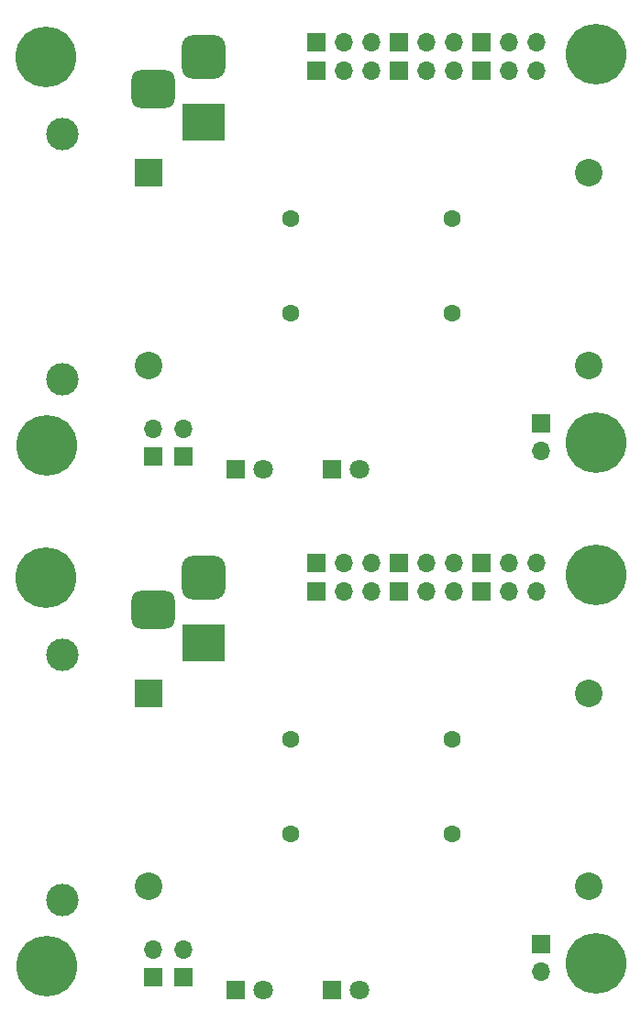
<source format=gbs>
%MOIN*%
%OFA0B0*%
%FSLAX46Y46*%
%IPPOS*%
%LPD*%
%AMRoundRect*
4,1,4,
0.07874015748031496,0.11811023622047245,
0.15748031496062992,0.19685039370078741,
0.23622047244094491,0.27559055118110237,
0.31496062992125984,0.35433070866141736,
0.07874015748031496,0.11811023622047245,
0*
1,1,$1,$2,$3*
1,1,$1,$2,$3*
1,1,$1,$2,$3*
1,1,$1,$2,$3*
20,1,$1,$2,$3,$4,$5,0*
20,1,$1,$2,$3,$4,$5,0*
20,1,$1,$2,$3,$4,$5,0*
20,1,$1,$2,$3,$4,$5,0*%
%AMCOMP3*
4,1,3,
-0.03937007874015748,0.03937007874015748,
-0.03937007874015748,-0.03937007874015748,
0.03937007874015748,-0.03937007874015748,
0.03937007874015748,0.03937007874015748,
0*
4,1,19,
-0.03937007874015748,0.07874015748031496,
-0.027204055339569,0.076813248673037543,
-0.016228927075099483,0.0712211415108247,
-0.0075190159694902585,0.062511230405215487,
-0.0019269088072774202,0.051536102140745964,
0,0.03937007874015748,
-0.0019269088072774157,0.027204055339569003,
-0.0075190159694902585,0.01622892707509949,
-0.016228927075099479,0.0075190159694902628,
-0.027204055339569,0.0019269088072774202,
-0.03937007874015748,0,
-0.051536102140745978,0.0019269088072774202,
-0.062511230405215473,0.0075190159694902541,
-0.0712211415108247,0.016228927075099479,
-0.076813248673037543,0.027204055339568996,
-0.07874015748031496,0.039370078740157473,
-0.076813248673037543,0.051536102140745957,
-0.0712211415108247,0.062511230405215473,
-0.062511230405215487,0.0712211415108247,
-0.051536102140745978,0.076813248673037543,
0*
4,1,19,
-0.03937007874015748,0,
-0.027204055339569,-0.0019269088072774202,
-0.016228927075099483,-0.0075190159694902585,
-0.0075190159694902585,-0.016228927075099483,
-0.0019269088072774202,-0.027204055339569,
0,-0.03937007874015748,
-0.0019269088072774157,-0.051536102140745964,
-0.0075190159694902585,-0.062511230405215473,
-0.016228927075099479,-0.0712211415108247,
-0.027204055339569,-0.076813248673037543,
-0.03937007874015748,-0.07874015748031496,
-0.051536102140745978,-0.076813248673037543,
-0.062511230405215473,-0.0712211415108247,
-0.0712211415108247,-0.062511230405215487,
-0.076813248673037543,-0.051536102140745964,
-0.07874015748031496,-0.039370078740157494,
-0.076813248673037543,-0.02720405533956901,
-0.0712211415108247,-0.016228927075099493,
-0.062511230405215487,-0.0075190159694902628,
-0.051536102140745978,-0.0019269088072774202,
0*
4,1,19,
0.03937007874015748,0,
0.051536102140745964,-0.0019269088072774202,
0.062511230405215487,-0.0075190159694902585,
0.0712211415108247,-0.016228927075099483,
0.076813248673037543,-0.027204055339569,
0.07874015748031496,-0.03937007874015748,
0.076813248673037543,-0.051536102140745964,
0.0712211415108247,-0.062511230405215473,
0.062511230405215487,-0.0712211415108247,
0.051536102140745964,-0.076813248673037543,
0.039370078740157494,-0.07874015748031496,
0.027204055339568992,-0.076813248673037543,
0.01622892707509949,-0.0712211415108247,
0.0075190159694902628,-0.062511230405215487,
0.0019269088072774202,-0.051536102140745964,
0,-0.039370078740157494,
0.0019269088072774157,-0.02720405533956901,
0.0075190159694902541,-0.016228927075099493,
0.016228927075099476,-0.0075190159694902628,
0.027204055339568992,-0.0019269088072774202,
0*
4,1,19,
0.03937007874015748,0.07874015748031496,
0.051536102140745964,0.076813248673037543,
0.062511230405215487,0.0712211415108247,
0.0712211415108247,0.062511230405215487,
0.076813248673037543,0.051536102140745964,
0.07874015748031496,0.03937007874015748,
0.076813248673037543,0.027204055339569003,
0.0712211415108247,0.01622892707509949,
0.062511230405215487,0.0075190159694902628,
0.051536102140745964,0.0019269088072774202,
0.039370078740157494,0,
0.027204055339568992,0.0019269088072774202,
0.01622892707509949,0.0075190159694902541,
0.0075190159694902628,0.016228927075099479,
0.0019269088072774202,0.027204055339568996,
0,0.039370078740157473,
0.0019269088072774157,0.051536102140745957,
0.0075190159694902541,0.062511230405215473,
0.016228927075099476,0.0712211415108247,
0.027204055339568992,0.076813248673037543,
0*
4,1,3,
-0.07874015748031496,0.03937007874015748,
0,0.03937007874015748,
0,-0.03937007874015748,
-0.07874015748031496,-0.03937007874015748,
0*
4,1,3,
-0.03937007874015748,-0.07874015748031496,
-0.03937007874015748,0,
0.03937007874015748,0,
0.03937007874015748,-0.07874015748031496,
0*
4,1,3,
0.07874015748031496,-0.03937007874015748,
0,-0.03937007874015748,
0,0.03937007874015748,
0.07874015748031496,0.03937007874015748,
0*
4,1,3,
0.03937007874015748,0.07874015748031496,
0.03937007874015748,0,
-0.03937007874015748,0,
-0.03937007874015748,0.07874015748031496,
0*%
%AMCOMP4*
4,1,3,
-0.04429133858267717,0.034448818897637797,
-0.04429133858267717,-0.034448818897637797,
0.04429133858267717,-0.034448818897637797,
0.04429133858267717,0.034448818897637797,
0*
4,1,19,
-0.04429133858267717,0.068897637795275593,
-0.033646068107162252,0.067211592588907854,
-0.02404283087575142,0.062318498821971623,
-0.016421658658343347,0.054697326604563543,
-0.011528564891407115,0.045094089373152721,
-0.00984251968503937,0.034448818897637797,
-0.011528564891407109,0.023803548422122879,
-0.016421658658343347,0.014200311190712054,
-0.024042830875751417,0.00657913897330398,
-0.033646068107162239,0.0016860452063677432,
-0.04429133858267717,0,
-0.054936609058192094,0.0016860452063677432,
-0.064539846289602909,0.0065791389733039713,
-0.072161018507010982,0.014200311190712045,
-0.07705411227394722,0.023803548422122869,
-0.07874015748031496,0.03444881889763779,
-0.07705411227394722,0.045094089373152707,
-0.072161018507011,0.054697326604563536,
-0.064539846289602923,0.062318498821971616,
-0.054936609058192094,0.067211592588907854,
0*
4,1,19,
-0.04429133858267717,0,
-0.033646068107162252,-0.0016860452063677432,
-0.02404283087575142,-0.0065791389733039756,
-0.016421658658343347,-0.014200311190712049,
-0.011528564891407115,-0.023803548422122876,
-0.00984251968503937,-0.034448818897637797,
-0.011528564891407109,-0.045094089373152714,
-0.016421658658343347,-0.054697326604563536,
-0.024042830875751417,-0.062318498821971616,
-0.033646068107162239,-0.067211592588907854,
-0.04429133858267717,-0.068897637795275593,
-0.054936609058192094,-0.067211592588907854,
-0.064539846289602909,-0.062318498821971623,
-0.072161018507010982,-0.054697326604563556,
-0.07705411227394722,-0.045094089373152721,
-0.07874015748031496,-0.0344488188976378,
-0.07705411227394722,-0.023803548422122883,
-0.072161018507011,-0.014200311190712057,
-0.064539846289602923,-0.00657913897330398,
-0.054936609058192094,-0.0016860452063677432,
0*
4,1,19,
0.04429133858267717,0,
0.054936609058192087,-0.0016860452063677432,
0.064539846289602909,-0.0065791389733039756,
0.072161018507011,-0.014200311190712049,
0.07705411227394722,-0.023803548422122876,
0.07874015748031496,-0.034448818897637797,
0.07705411227394722,-0.045094089373152714,
0.072161018507011,-0.054697326604563536,
0.064539846289602923,-0.062318498821971616,
0.054936609058192094,-0.067211592588907854,
0.04429133858267717,-0.068897637795275593,
0.033646068107162239,-0.067211592588907854,
0.024042830875751424,-0.062318498821971623,
0.016421658658343351,-0.054697326604563556,
0.011528564891407115,-0.045094089373152721,
0.00984251968503937,-0.0344488188976378,
0.011528564891407109,-0.023803548422122883,
0.016421658658343344,-0.014200311190712057,
0.02404283087575141,-0.00657913897330398,
0.033646068107162239,-0.0016860452063677432,
0*
4,1,19,
0.04429133858267717,0.068897637795275593,
0.054936609058192087,0.067211592588907854,
0.064539846289602909,0.062318498821971623,
0.072161018507011,0.054697326604563543,
0.07705411227394722,0.045094089373152721,
0.07874015748031496,0.034448818897637797,
0.07705411227394722,0.023803548422122879,
0.072161018507011,0.014200311190712054,
0.064539846289602923,0.00657913897330398,
0.054936609058192094,0.0016860452063677432,
0.04429133858267717,0,
0.033646068107162239,0.0016860452063677432,
0.024042830875751424,0.0065791389733039713,
0.016421658658343351,0.014200311190712045,
0.011528564891407115,0.023803548422122869,
0.00984251968503937,0.03444881889763779,
0.011528564891407109,0.045094089373152707,
0.016421658658343344,0.054697326604563536,
0.02404283087575141,0.062318498821971616,
0.033646068107162239,0.067211592588907854,
0*
4,1,3,
-0.07874015748031496,0.034448818897637797,
-0.00984251968503937,0.034448818897637797,
-0.00984251968503937,-0.034448818897637797,
-0.07874015748031496,-0.034448818897637797,
0*
4,1,3,
-0.04429133858267717,-0.068897637795275593,
-0.04429133858267717,0,
0.04429133858267717,0,
0.04429133858267717,-0.068897637795275593,
0*
4,1,3,
0.07874015748031496,-0.034448818897637797,
0.00984251968503937,-0.034448818897637797,
0.00984251968503937,0.034448818897637797,
0.07874015748031496,0.034448818897637797,
0*
4,1,3,
0.04429133858267717,0.068897637795275593,
0.04429133858267717,0,
-0.04429133858267717,0,
-0.04429133858267717,0.068897637795275593,
0*%
%AMRoundRect0*
4,1,4,
0.07874015748031496,0.11811023622047245,
0.15748031496062992,0.19685039370078741,
0.23622047244094491,0.27559055118110237,
0.31496062992125984,0.35433070866141736,
0.07874015748031496,0.11811023622047245,
0*
1,1,$1,$2,$3*
1,1,$1,$2,$3*
1,1,$1,$2,$3*
1,1,$1,$2,$3*
20,1,$1,$2,$3,$4,$5,0*
20,1,$1,$2,$3,$4,$5,0*
20,1,$1,$2,$3,$4,$5,0*
20,1,$1,$2,$3,$4,$5,0*%
%AMCOMP190*
4,1,3,
-0.03937007874015748,0.03937007874015748,
-0.03937007874015748,-0.03937007874015748,
0.03937007874015748,-0.03937007874015748,
0.03937007874015748,0.03937007874015748,
0*
4,1,19,
-0.03937007874015748,0.07874015748031496,
-0.027204055339569,0.076813248673037543,
-0.016228927075099483,0.0712211415108247,
-0.0075190159694902585,0.062511230405215487,
-0.0019269088072774202,0.051536102140745964,
0,0.03937007874015748,
-0.0019269088072774157,0.027204055339569003,
-0.0075190159694902585,0.01622892707509949,
-0.016228927075099479,0.0075190159694902628,
-0.027204055339569,0.0019269088072774202,
-0.03937007874015748,0,
-0.051536102140745978,0.0019269088072774202,
-0.062511230405215473,0.0075190159694902541,
-0.0712211415108247,0.016228927075099479,
-0.076813248673037543,0.027204055339568996,
-0.07874015748031496,0.039370078740157473,
-0.076813248673037543,0.051536102140745957,
-0.0712211415108247,0.062511230405215473,
-0.062511230405215487,0.0712211415108247,
-0.051536102140745978,0.076813248673037543,
0*
4,1,19,
-0.03937007874015748,0,
-0.027204055339569,-0.0019269088072774202,
-0.016228927075099483,-0.0075190159694902585,
-0.0075190159694902585,-0.016228927075099483,
-0.0019269088072774202,-0.027204055339569,
0,-0.03937007874015748,
-0.0019269088072774157,-0.051536102140745964,
-0.0075190159694902585,-0.062511230405215473,
-0.016228927075099479,-0.0712211415108247,
-0.027204055339569,-0.076813248673037543,
-0.03937007874015748,-0.07874015748031496,
-0.051536102140745978,-0.076813248673037543,
-0.062511230405215473,-0.0712211415108247,
-0.0712211415108247,-0.062511230405215487,
-0.076813248673037543,-0.051536102140745964,
-0.07874015748031496,-0.039370078740157494,
-0.076813248673037543,-0.02720405533956901,
-0.0712211415108247,-0.016228927075099493,
-0.062511230405215487,-0.0075190159694902628,
-0.051536102140745978,-0.0019269088072774202,
0*
4,1,19,
0.03937007874015748,0,
0.051536102140745964,-0.0019269088072774202,
0.062511230405215487,-0.0075190159694902585,
0.0712211415108247,-0.016228927075099483,
0.076813248673037543,-0.027204055339569,
0.07874015748031496,-0.03937007874015748,
0.076813248673037543,-0.051536102140745964,
0.0712211415108247,-0.062511230405215473,
0.062511230405215487,-0.0712211415108247,
0.051536102140745964,-0.076813248673037543,
0.039370078740157494,-0.07874015748031496,
0.027204055339568992,-0.076813248673037543,
0.01622892707509949,-0.0712211415108247,
0.0075190159694902628,-0.062511230405215487,
0.0019269088072774202,-0.051536102140745964,
0,-0.039370078740157494,
0.0019269088072774157,-0.02720405533956901,
0.0075190159694902541,-0.016228927075099493,
0.016228927075099476,-0.0075190159694902628,
0.027204055339568992,-0.0019269088072774202,
0*
4,1,19,
0.03937007874015748,0.07874015748031496,
0.051536102140745964,0.076813248673037543,
0.062511230405215487,0.0712211415108247,
0.0712211415108247,0.062511230405215487,
0.076813248673037543,0.051536102140745964,
0.07874015748031496,0.03937007874015748,
0.076813248673037543,0.027204055339569003,
0.0712211415108247,0.01622892707509949,
0.062511230405215487,0.0075190159694902628,
0.051536102140745964,0.0019269088072774202,
0.039370078740157494,0,
0.027204055339568992,0.0019269088072774202,
0.01622892707509949,0.0075190159694902541,
0.0075190159694902628,0.016228927075099479,
0.0019269088072774202,0.027204055339568996,
0,0.039370078740157473,
0.0019269088072774157,0.051536102140745957,
0.0075190159694902541,0.062511230405215473,
0.016228927075099476,0.0712211415108247,
0.027204055339568992,0.076813248673037543,
0*
4,1,3,
-0.07874015748031496,0.03937007874015748,
0,0.03937007874015748,
0,-0.03937007874015748,
-0.07874015748031496,-0.03937007874015748,
0*
4,1,3,
-0.03937007874015748,-0.07874015748031496,
-0.03937007874015748,0,
0.03937007874015748,0,
0.03937007874015748,-0.07874015748031496,
0*
4,1,3,
0.07874015748031496,-0.03937007874015748,
0,-0.03937007874015748,
0,0.03937007874015748,
0.07874015748031496,0.03937007874015748,
0*
4,1,3,
0.03937007874015748,0.07874015748031496,
0.03937007874015748,0,
-0.03937007874015748,0,
-0.03937007874015748,0.07874015748031496,
0*%
%AMCOMP200*
4,1,3,
-0.04429133858267717,0.034448818897637797,
-0.04429133858267717,-0.034448818897637797,
0.04429133858267717,-0.034448818897637797,
0.04429133858267717,0.034448818897637797,
0*
4,1,19,
-0.04429133858267717,0.068897637795275593,
-0.033646068107162252,0.067211592588907854,
-0.02404283087575142,0.062318498821971623,
-0.016421658658343347,0.054697326604563543,
-0.011528564891407115,0.045094089373152721,
-0.00984251968503937,0.034448818897637797,
-0.011528564891407109,0.023803548422122879,
-0.016421658658343347,0.014200311190712054,
-0.024042830875751417,0.00657913897330398,
-0.033646068107162239,0.0016860452063677432,
-0.04429133858267717,0,
-0.054936609058192094,0.0016860452063677432,
-0.064539846289602909,0.0065791389733039713,
-0.072161018507010982,0.014200311190712045,
-0.07705411227394722,0.023803548422122869,
-0.07874015748031496,0.03444881889763779,
-0.07705411227394722,0.045094089373152707,
-0.072161018507011,0.054697326604563536,
-0.064539846289602923,0.062318498821971616,
-0.054936609058192094,0.067211592588907854,
0*
4,1,19,
-0.04429133858267717,0,
-0.033646068107162252,-0.0016860452063677432,
-0.02404283087575142,-0.0065791389733039756,
-0.016421658658343347,-0.014200311190712049,
-0.011528564891407115,-0.023803548422122876,
-0.00984251968503937,-0.034448818897637797,
-0.011528564891407109,-0.045094089373152714,
-0.016421658658343347,-0.054697326604563536,
-0.024042830875751417,-0.062318498821971616,
-0.033646068107162239,-0.067211592588907854,
-0.04429133858267717,-0.068897637795275593,
-0.054936609058192094,-0.067211592588907854,
-0.064539846289602909,-0.062318498821971623,
-0.072161018507010982,-0.054697326604563556,
-0.07705411227394722,-0.045094089373152721,
-0.07874015748031496,-0.0344488188976378,
-0.07705411227394722,-0.023803548422122883,
-0.072161018507011,-0.014200311190712057,
-0.064539846289602923,-0.00657913897330398,
-0.054936609058192094,-0.0016860452063677432,
0*
4,1,19,
0.04429133858267717,0,
0.054936609058192087,-0.0016860452063677432,
0.064539846289602909,-0.0065791389733039756,
0.072161018507011,-0.014200311190712049,
0.07705411227394722,-0.023803548422122876,
0.07874015748031496,-0.034448818897637797,
0.07705411227394722,-0.045094089373152714,
0.072161018507011,-0.054697326604563536,
0.064539846289602923,-0.062318498821971616,
0.054936609058192094,-0.067211592588907854,
0.04429133858267717,-0.068897637795275593,
0.033646068107162239,-0.067211592588907854,
0.024042830875751424,-0.062318498821971623,
0.016421658658343351,-0.054697326604563556,
0.011528564891407115,-0.045094089373152721,
0.00984251968503937,-0.0344488188976378,
0.011528564891407109,-0.023803548422122883,
0.016421658658343344,-0.014200311190712057,
0.02404283087575141,-0.00657913897330398,
0.033646068107162239,-0.0016860452063677432,
0*
4,1,19,
0.04429133858267717,0.068897637795275593,
0.054936609058192087,0.067211592588907854,
0.064539846289602909,0.062318498821971623,
0.072161018507011,0.054697326604563543,
0.07705411227394722,0.045094089373152721,
0.07874015748031496,0.034448818897637797,
0.07705411227394722,0.023803548422122879,
0.072161018507011,0.014200311190712054,
0.064539846289602923,0.00657913897330398,
0.054936609058192094,0.0016860452063677432,
0.04429133858267717,0,
0.033646068107162239,0.0016860452063677432,
0.024042830875751424,0.0065791389733039713,
0.016421658658343351,0.014200311190712045,
0.011528564891407115,0.023803548422122869,
0.00984251968503937,0.03444881889763779,
0.011528564891407109,0.045094089373152707,
0.016421658658343344,0.054697326604563536,
0.02404283087575141,0.062318498821971616,
0.033646068107162239,0.067211592588907854,
0*
4,1,3,
-0.07874015748031496,0.034448818897637797,
-0.00984251968503937,0.034448818897637797,
-0.00984251968503937,-0.034448818897637797,
-0.07874015748031496,-0.034448818897637797,
0*
4,1,3,
-0.04429133858267717,-0.068897637795275593,
-0.04429133858267717,0,
0.04429133858267717,0,
0.04429133858267717,-0.068897637795275593,
0*
4,1,3,
0.07874015748031496,-0.034448818897637797,
0.00984251968503937,-0.034448818897637797,
0.00984251968503937,0.034448818897637797,
0.07874015748031496,0.034448818897637797,
0*
4,1,3,
0.04429133858267717,0.068897637795275593,
0.04429133858267717,0,
-0.04429133858267717,0,
-0.04429133858267717,0.068897637795275593,
0*%
%ADD10R,0.070866141732283464X0.070866141732283464*%
%ADD11C,0.070866141732283464*%
%ADD12C,0.11811023622047245*%
%ADD13C,0.22047244094488189*%
%ADD14R,0.066929133858267723X0.066929133858267723*%
%ADD15O,0.066929133858267723X0.066929133858267723*%
%ADD16R,0.15748031496062992X0.13779527559055119*%
%AMCOMP33*
4,1,3,
-0.03937007874015748,0.03937007874015748,
-0.03937007874015748,-0.03937007874015748,
0.03937007874015748,-0.03937007874015748,
0.03937007874015748,0.03937007874015748,
0*
4,1,19,
-0.03937007874015748,0.07874015748031496,
-0.027204055339569,0.076813248673037543,
-0.016228927075099483,0.0712211415108247,
-0.0075190159694902585,0.062511230405215487,
-0.0019269088072774202,0.051536102140745964,
0,0.03937007874015748,
-0.0019269088072774157,0.027204055339569003,
-0.0075190159694902585,0.01622892707509949,
-0.016228927075099479,0.0075190159694902628,
-0.027204055339569,0.0019269088072774202,
-0.03937007874015748,0,
-0.051536102140745978,0.0019269088072774202,
-0.062511230405215473,0.0075190159694902541,
-0.0712211415108247,0.016228927075099479,
-0.076813248673037543,0.027204055339568996,
-0.07874015748031496,0.039370078740157473,
-0.076813248673037543,0.051536102140745957,
-0.0712211415108247,0.062511230405215473,
-0.062511230405215487,0.0712211415108247,
-0.051536102140745978,0.076813248673037543,
0*
4,1,19,
-0.03937007874015748,0,
-0.027204055339569,-0.0019269088072774202,
-0.016228927075099483,-0.0075190159694902585,
-0.0075190159694902585,-0.016228927075099483,
-0.0019269088072774202,-0.027204055339569,
0,-0.03937007874015748,
-0.0019269088072774157,-0.051536102140745964,
-0.0075190159694902585,-0.062511230405215473,
-0.016228927075099479,-0.0712211415108247,
-0.027204055339569,-0.076813248673037543,
-0.03937007874015748,-0.07874015748031496,
-0.051536102140745978,-0.076813248673037543,
-0.062511230405215473,-0.0712211415108247,
-0.0712211415108247,-0.062511230405215487,
-0.076813248673037543,-0.051536102140745964,
-0.07874015748031496,-0.039370078740157494,
-0.076813248673037543,-0.02720405533956901,
-0.0712211415108247,-0.016228927075099493,
-0.062511230405215487,-0.0075190159694902628,
-0.051536102140745978,-0.0019269088072774202,
0*
4,1,19,
0.03937007874015748,0,
0.051536102140745964,-0.0019269088072774202,
0.062511230405215487,-0.0075190159694902585,
0.0712211415108247,-0.016228927075099483,
0.076813248673037543,-0.027204055339569,
0.07874015748031496,-0.03937007874015748,
0.076813248673037543,-0.051536102140745964,
0.0712211415108247,-0.062511230405215473,
0.062511230405215487,-0.0712211415108247,
0.051536102140745964,-0.076813248673037543,
0.039370078740157494,-0.07874015748031496,
0.027204055339568992,-0.076813248673037543,
0.01622892707509949,-0.0712211415108247,
0.0075190159694902628,-0.062511230405215487,
0.0019269088072774202,-0.051536102140745964,
0,-0.039370078740157494,
0.0019269088072774157,-0.02720405533956901,
0.0075190159694902541,-0.016228927075099493,
0.016228927075099476,-0.0075190159694902628,
0.027204055339568992,-0.0019269088072774202,
0*
4,1,19,
0.03937007874015748,0.07874015748031496,
0.051536102140745964,0.076813248673037543,
0.062511230405215487,0.0712211415108247,
0.0712211415108247,0.062511230405215487,
0.076813248673037543,0.051536102140745964,
0.07874015748031496,0.03937007874015748,
0.076813248673037543,0.027204055339569003,
0.0712211415108247,0.01622892707509949,
0.062511230405215487,0.0075190159694902628,
0.051536102140745964,0.0019269088072774202,
0.039370078740157494,0,
0.027204055339568992,0.0019269088072774202,
0.01622892707509949,0.0075190159694902541,
0.0075190159694902628,0.016228927075099479,
0.0019269088072774202,0.027204055339568996,
0,0.039370078740157473,
0.0019269088072774157,0.051536102140745957,
0.0075190159694902541,0.062511230405215473,
0.016228927075099476,0.0712211415108247,
0.027204055339568992,0.076813248673037543,
0*
4,1,3,
-0.07874015748031496,0.03937007874015748,
0,0.03937007874015748,
0,-0.03937007874015748,
-0.07874015748031496,-0.03937007874015748,
0*
4,1,3,
-0.03937007874015748,-0.07874015748031496,
-0.03937007874015748,0,
0.03937007874015748,0,
0.03937007874015748,-0.07874015748031496,
0*
4,1,3,
0.07874015748031496,-0.03937007874015748,
0,-0.03937007874015748,
0,0.03937007874015748,
0.07874015748031496,0.03937007874015748,
0*
4,1,3,
0.03937007874015748,0.07874015748031496,
0.03937007874015748,0,
-0.03937007874015748,0,
-0.03937007874015748,0.07874015748031496,
0*%
%ADD17COMP33,1X-1X1X-1X-1X1X-1X1X1X0*%
%AMCOMP39*
4,1,3,
-0.04429133858267717,0.034448818897637797,
-0.04429133858267717,-0.034448818897637797,
0.04429133858267717,-0.034448818897637797,
0.04429133858267717,0.034448818897637797,
0*
4,1,19,
-0.04429133858267717,0.068897637795275593,
-0.033646068107162252,0.067211592588907854,
-0.02404283087575142,0.062318498821971623,
-0.016421658658343347,0.054697326604563543,
-0.011528564891407115,0.045094089373152721,
-0.00984251968503937,0.034448818897637797,
-0.011528564891407109,0.023803548422122879,
-0.016421658658343347,0.014200311190712054,
-0.024042830875751417,0.00657913897330398,
-0.033646068107162239,0.0016860452063677432,
-0.04429133858267717,0,
-0.054936609058192094,0.0016860452063677432,
-0.064539846289602909,0.0065791389733039713,
-0.072161018507010982,0.014200311190712045,
-0.07705411227394722,0.023803548422122869,
-0.07874015748031496,0.03444881889763779,
-0.07705411227394722,0.045094089373152707,
-0.072161018507011,0.054697326604563536,
-0.064539846289602923,0.062318498821971616,
-0.054936609058192094,0.067211592588907854,
0*
4,1,19,
-0.04429133858267717,0,
-0.033646068107162252,-0.0016860452063677432,
-0.02404283087575142,-0.0065791389733039756,
-0.016421658658343347,-0.014200311190712049,
-0.011528564891407115,-0.023803548422122876,
-0.00984251968503937,-0.034448818897637797,
-0.011528564891407109,-0.045094089373152714,
-0.016421658658343347,-0.054697326604563536,
-0.024042830875751417,-0.062318498821971616,
-0.033646068107162239,-0.067211592588907854,
-0.04429133858267717,-0.068897637795275593,
-0.054936609058192094,-0.067211592588907854,
-0.064539846289602909,-0.062318498821971623,
-0.072161018507010982,-0.054697326604563556,
-0.07705411227394722,-0.045094089373152721,
-0.07874015748031496,-0.0344488188976378,
-0.07705411227394722,-0.023803548422122883,
-0.072161018507011,-0.014200311190712057,
-0.064539846289602923,-0.00657913897330398,
-0.054936609058192094,-0.0016860452063677432,
0*
4,1,19,
0.04429133858267717,0,
0.054936609058192087,-0.0016860452063677432,
0.064539846289602909,-0.0065791389733039756,
0.072161018507011,-0.014200311190712049,
0.07705411227394722,-0.023803548422122876,
0.07874015748031496,-0.034448818897637797,
0.07705411227394722,-0.045094089373152714,
0.072161018507011,-0.054697326604563536,
0.064539846289602923,-0.062318498821971616,
0.054936609058192094,-0.067211592588907854,
0.04429133858267717,-0.068897637795275593,
0.033646068107162239,-0.067211592588907854,
0.024042830875751424,-0.062318498821971623,
0.016421658658343351,-0.054697326604563556,
0.011528564891407115,-0.045094089373152721,
0.00984251968503937,-0.0344488188976378,
0.011528564891407109,-0.023803548422122883,
0.016421658658343344,-0.014200311190712057,
0.02404283087575141,-0.00657913897330398,
0.033646068107162239,-0.0016860452063677432,
0*
4,1,19,
0.04429133858267717,0.068897637795275593,
0.054936609058192087,0.067211592588907854,
0.064539846289602909,0.062318498821971623,
0.072161018507011,0.054697326604563543,
0.07705411227394722,0.045094089373152721,
0.07874015748031496,0.034448818897637797,
0.07705411227394722,0.023803548422122879,
0.072161018507011,0.014200311190712054,
0.064539846289602923,0.00657913897330398,
0.054936609058192094,0.0016860452063677432,
0.04429133858267717,0,
0.033646068107162239,0.0016860452063677432,
0.024042830875751424,0.0065791389733039713,
0.016421658658343351,0.014200311190712045,
0.011528564891407115,0.023803548422122869,
0.00984251968503937,0.03444881889763779,
0.011528564891407109,0.045094089373152707,
0.016421658658343344,0.054697326604563536,
0.02404283087575141,0.062318498821971616,
0.033646068107162239,0.067211592588907854,
0*
4,1,3,
-0.07874015748031496,0.034448818897637797,
-0.00984251968503937,0.034448818897637797,
-0.00984251968503937,-0.034448818897637797,
-0.07874015748031496,-0.034448818897637797,
0*
4,1,3,
-0.04429133858267717,-0.068897637795275593,
-0.04429133858267717,0,
0.04429133858267717,0,
0.04429133858267717,-0.068897637795275593,
0*
4,1,3,
0.07874015748031496,-0.034448818897637797,
0.00984251968503937,-0.034448818897637797,
0.00984251968503937,0.034448818897637797,
0.07874015748031496,0.034448818897637797,
0*
4,1,3,
0.04429133858267717,0.068897637795275593,
0.04429133858267717,0,
-0.04429133858267717,0,
-0.04429133858267717,0.068897637795275593,
0*%
%ADD18COMP39,0.875X-1.125X0.875X-1.125X-0.875X1.125X-0.875X1.125X0.875X0*%
%ADD19C,0.062992125984251982*%
%ADD20R,0.1X0.1*%
%ADD21C,0.1*%
%ADD32R,0.070866141732283464X0.070866141732283464*%
%ADD33C,0.070866141732283464*%
%ADD34C,0.11811023622047245*%
%ADD35C,0.22047244094488189*%
%ADD36R,0.066929133858267723X0.066929133858267723*%
%ADD37O,0.066929133858267723X0.066929133858267723*%
%ADD38R,0.15748031496062992X0.13779527559055119*%
%AMCOMP45*
4,1,3,
-0.03937007874015748,0.03937007874015748,
-0.03937007874015748,-0.03937007874015748,
0.03937007874015748,-0.03937007874015748,
0.03937007874015748,0.03937007874015748,
0*
4,1,19,
-0.03937007874015748,0.07874015748031496,
-0.027204055339569,0.076813248673037543,
-0.016228927075099483,0.0712211415108247,
-0.0075190159694902585,0.062511230405215487,
-0.0019269088072774202,0.051536102140745964,
0,0.03937007874015748,
-0.0019269088072774157,0.027204055339569003,
-0.0075190159694902585,0.01622892707509949,
-0.016228927075099479,0.0075190159694902628,
-0.027204055339569,0.0019269088072774202,
-0.03937007874015748,0,
-0.051536102140745978,0.0019269088072774202,
-0.062511230405215473,0.0075190159694902541,
-0.0712211415108247,0.016228927075099479,
-0.076813248673037543,0.027204055339568996,
-0.07874015748031496,0.039370078740157473,
-0.076813248673037543,0.051536102140745957,
-0.0712211415108247,0.062511230405215473,
-0.062511230405215487,0.0712211415108247,
-0.051536102140745978,0.076813248673037543,
0*
4,1,19,
-0.03937007874015748,0,
-0.027204055339569,-0.0019269088072774202,
-0.016228927075099483,-0.0075190159694902585,
-0.0075190159694902585,-0.016228927075099483,
-0.0019269088072774202,-0.027204055339569,
0,-0.03937007874015748,
-0.0019269088072774157,-0.051536102140745964,
-0.0075190159694902585,-0.062511230405215473,
-0.016228927075099479,-0.0712211415108247,
-0.027204055339569,-0.076813248673037543,
-0.03937007874015748,-0.07874015748031496,
-0.051536102140745978,-0.076813248673037543,
-0.062511230405215473,-0.0712211415108247,
-0.0712211415108247,-0.062511230405215487,
-0.076813248673037543,-0.051536102140745964,
-0.07874015748031496,-0.039370078740157494,
-0.076813248673037543,-0.02720405533956901,
-0.0712211415108247,-0.016228927075099493,
-0.062511230405215487,-0.0075190159694902628,
-0.051536102140745978,-0.0019269088072774202,
0*
4,1,19,
0.03937007874015748,0,
0.051536102140745964,-0.0019269088072774202,
0.062511230405215487,-0.0075190159694902585,
0.0712211415108247,-0.016228927075099483,
0.076813248673037543,-0.027204055339569,
0.07874015748031496,-0.03937007874015748,
0.076813248673037543,-0.051536102140745964,
0.0712211415108247,-0.062511230405215473,
0.062511230405215487,-0.0712211415108247,
0.051536102140745964,-0.076813248673037543,
0.039370078740157494,-0.07874015748031496,
0.027204055339568992,-0.076813248673037543,
0.01622892707509949,-0.0712211415108247,
0.0075190159694902628,-0.062511230405215487,
0.0019269088072774202,-0.051536102140745964,
0,-0.039370078740157494,
0.0019269088072774157,-0.02720405533956901,
0.0075190159694902541,-0.016228927075099493,
0.016228927075099476,-0.0075190159694902628,
0.027204055339568992,-0.0019269088072774202,
0*
4,1,19,
0.03937007874015748,0.07874015748031496,
0.051536102140745964,0.076813248673037543,
0.062511230405215487,0.0712211415108247,
0.0712211415108247,0.062511230405215487,
0.076813248673037543,0.051536102140745964,
0.07874015748031496,0.03937007874015748,
0.076813248673037543,0.027204055339569003,
0.0712211415108247,0.01622892707509949,
0.062511230405215487,0.0075190159694902628,
0.051536102140745964,0.0019269088072774202,
0.039370078740157494,0,
0.027204055339568992,0.0019269088072774202,
0.01622892707509949,0.0075190159694902541,
0.0075190159694902628,0.016228927075099479,
0.0019269088072774202,0.027204055339568996,
0,0.039370078740157473,
0.0019269088072774157,0.051536102140745957,
0.0075190159694902541,0.062511230405215473,
0.016228927075099476,0.0712211415108247,
0.027204055339568992,0.076813248673037543,
0*
4,1,3,
-0.07874015748031496,0.03937007874015748,
0,0.03937007874015748,
0,-0.03937007874015748,
-0.07874015748031496,-0.03937007874015748,
0*
4,1,3,
-0.03937007874015748,-0.07874015748031496,
-0.03937007874015748,0,
0.03937007874015748,0,
0.03937007874015748,-0.07874015748031496,
0*
4,1,3,
0.07874015748031496,-0.03937007874015748,
0,-0.03937007874015748,
0,0.03937007874015748,
0.07874015748031496,0.03937007874015748,
0*
4,1,3,
0.03937007874015748,0.07874015748031496,
0.03937007874015748,0,
-0.03937007874015748,0,
-0.03937007874015748,0.07874015748031496,
0*%
%ADD39COMP45,1X-1X1X-1X-1X1X-1X1X1X0*%
%AMCOMP51*
4,1,3,
-0.04429133858267717,0.034448818897637797,
-0.04429133858267717,-0.034448818897637797,
0.04429133858267717,-0.034448818897637797,
0.04429133858267717,0.034448818897637797,
0*
4,1,19,
-0.04429133858267717,0.068897637795275593,
-0.033646068107162252,0.067211592588907854,
-0.02404283087575142,0.062318498821971623,
-0.016421658658343347,0.054697326604563543,
-0.011528564891407115,0.045094089373152721,
-0.00984251968503937,0.034448818897637797,
-0.011528564891407109,0.023803548422122879,
-0.016421658658343347,0.014200311190712054,
-0.024042830875751417,0.00657913897330398,
-0.033646068107162239,0.0016860452063677432,
-0.04429133858267717,0,
-0.054936609058192094,0.0016860452063677432,
-0.064539846289602909,0.0065791389733039713,
-0.072161018507010982,0.014200311190712045,
-0.07705411227394722,0.023803548422122869,
-0.07874015748031496,0.03444881889763779,
-0.07705411227394722,0.045094089373152707,
-0.072161018507011,0.054697326604563536,
-0.064539846289602923,0.062318498821971616,
-0.054936609058192094,0.067211592588907854,
0*
4,1,19,
-0.04429133858267717,0,
-0.033646068107162252,-0.0016860452063677432,
-0.02404283087575142,-0.0065791389733039756,
-0.016421658658343347,-0.014200311190712049,
-0.011528564891407115,-0.023803548422122876,
-0.00984251968503937,-0.034448818897637797,
-0.011528564891407109,-0.045094089373152714,
-0.016421658658343347,-0.054697326604563536,
-0.024042830875751417,-0.062318498821971616,
-0.033646068107162239,-0.067211592588907854,
-0.04429133858267717,-0.068897637795275593,
-0.054936609058192094,-0.067211592588907854,
-0.064539846289602909,-0.062318498821971623,
-0.072161018507010982,-0.054697326604563556,
-0.07705411227394722,-0.045094089373152721,
-0.07874015748031496,-0.0344488188976378,
-0.07705411227394722,-0.023803548422122883,
-0.072161018507011,-0.014200311190712057,
-0.064539846289602923,-0.00657913897330398,
-0.054936609058192094,-0.0016860452063677432,
0*
4,1,19,
0.04429133858267717,0,
0.054936609058192087,-0.0016860452063677432,
0.064539846289602909,-0.0065791389733039756,
0.072161018507011,-0.014200311190712049,
0.07705411227394722,-0.023803548422122876,
0.07874015748031496,-0.034448818897637797,
0.07705411227394722,-0.045094089373152714,
0.072161018507011,-0.054697326604563536,
0.064539846289602923,-0.062318498821971616,
0.054936609058192094,-0.067211592588907854,
0.04429133858267717,-0.068897637795275593,
0.033646068107162239,-0.067211592588907854,
0.024042830875751424,-0.062318498821971623,
0.016421658658343351,-0.054697326604563556,
0.011528564891407115,-0.045094089373152721,
0.00984251968503937,-0.0344488188976378,
0.011528564891407109,-0.023803548422122883,
0.016421658658343344,-0.014200311190712057,
0.02404283087575141,-0.00657913897330398,
0.033646068107162239,-0.0016860452063677432,
0*
4,1,19,
0.04429133858267717,0.068897637795275593,
0.054936609058192087,0.067211592588907854,
0.064539846289602909,0.062318498821971623,
0.072161018507011,0.054697326604563543,
0.07705411227394722,0.045094089373152721,
0.07874015748031496,0.034448818897637797,
0.07705411227394722,0.023803548422122879,
0.072161018507011,0.014200311190712054,
0.064539846289602923,0.00657913897330398,
0.054936609058192094,0.0016860452063677432,
0.04429133858267717,0,
0.033646068107162239,0.0016860452063677432,
0.024042830875751424,0.0065791389733039713,
0.016421658658343351,0.014200311190712045,
0.011528564891407115,0.023803548422122869,
0.00984251968503937,0.03444881889763779,
0.011528564891407109,0.045094089373152707,
0.016421658658343344,0.054697326604563536,
0.02404283087575141,0.062318498821971616,
0.033646068107162239,0.067211592588907854,
0*
4,1,3,
-0.07874015748031496,0.034448818897637797,
-0.00984251968503937,0.034448818897637797,
-0.00984251968503937,-0.034448818897637797,
-0.07874015748031496,-0.034448818897637797,
0*
4,1,3,
-0.04429133858267717,-0.068897637795275593,
-0.04429133858267717,0,
0.04429133858267717,0,
0.04429133858267717,-0.068897637795275593,
0*
4,1,3,
0.07874015748031496,-0.034448818897637797,
0.00984251968503937,-0.034448818897637797,
0.00984251968503937,0.034448818897637797,
0.07874015748031496,0.034448818897637797,
0*
4,1,3,
0.04429133858267717,0.068897637795275593,
0.04429133858267717,0,
-0.04429133858267717,0,
-0.04429133858267717,0.068897637795275593,
0*%
%ADD40COMP51,0.875X-1.125X0.875X-1.125X-0.875X1.125X-0.875X1.125X0.875X0*%
%ADD41C,0.062992125984251982*%
%ADD42R,0.1X0.1*%
%ADD43C,0.1*%
%LPD*%
G01*
D10*
X-0002952755Y0005275590D02*
X0001232244Y0000345590D03*
D11*
X0001332244Y0000345590D03*
D10*
X0000882244Y0000345590D03*
D11*
X0000982244Y0000345590D03*
D12*
X0000252244Y0000670590D03*
X0000252244Y0001560354D03*
D13*
X0002192244Y0001850590D03*
X0000192244Y0001840590D03*
X0002192244Y0000440590D03*
X0000197244Y0000430590D03*
D14*
X0001992244Y0000510590D03*
D15*
X0001992244Y0000410590D03*
D14*
X0001477244Y0001790590D03*
D15*
X0001577244Y0001790590D03*
X0001677244Y0001790590D03*
D14*
X0001177244Y0001790590D03*
D15*
X0001277244Y0001790590D03*
X0001377244Y0001790590D03*
D14*
X0001477244Y0001895590D03*
D15*
X0001577244Y0001895590D03*
X0001677244Y0001895590D03*
D14*
X0001777244Y0001895590D03*
D15*
X0001877244Y0001895590D03*
X0001977244Y0001895590D03*
D14*
X0001777244Y0001790590D03*
D15*
X0001877244Y0001790590D03*
X0001977244Y0001790590D03*
D14*
X0000692244Y0000390590D03*
D15*
X0000692244Y0000490590D03*
D14*
X0000582244Y0000390590D03*
D15*
X0000582244Y0000490590D03*
D16*
X0000767244Y0001605590D03*
D17*
X0000767244Y0001841811D03*
D18*
X0000582204Y0001723700D03*
D19*
X0001082244Y0000911102D03*
X0001082244Y0001255590D03*
X0001668858Y0000911102D03*
X0001668858Y0001255590D03*
D14*
X0001177244Y0001895590D03*
D15*
X0001277244Y0001895590D03*
X0001377244Y0001895590D03*
D20*
X0000567244Y0001420590D03*
D21*
X0000567244Y0000720590D03*
X0002167244Y0000720590D03*
X0002167244Y0001420590D03*
G04 next file*
%LPD*%
G04 #@! TF.GenerationSoftware,KiCad,Pcbnew,(6.0.5)*
G04 #@! TF.CreationDate,2022-08-01T18:55:39+01:00*
G04 #@! TF.ProjectId,LED-RPi-PCB,4c45442d-5250-4692-9d50-43422e6b6963,rev?*
G04 #@! TF.SameCoordinates,Original*
G04 #@! TF.FileFunction,Soldermask,Bot*
G04 #@! TF.FilePolarity,Negative*
G04 Gerber Fmt 4.6, Leading zero omitted, Abs format (unit mm)*
G04 Created by KiCad (PCBNEW (6.0.5)) date 2022-08-01 18:55:39*
G01*
G04 APERTURE LIST*
G04 Aperture macros list*
G04 Aperture macros list end*
G04 APERTURE END LIST*
D32*
X-0002952755Y0007165354D02*
X0001232244Y0002235354D03*
D33*
X0001332244Y0002235354D03*
D32*
X0000882244Y0002235354D03*
D33*
X0000982244Y0002235354D03*
D34*
X0000252244Y0002560354D03*
X0000252244Y0003450118D03*
D35*
X0002192244Y0003740354D03*
X0000192244Y0003730354D03*
X0002192244Y0002330354D03*
X0000197244Y0002320354D03*
D36*
X0001992244Y0002400354D03*
D37*
X0001992244Y0002300354D03*
D36*
X0001477244Y0003680354D03*
D37*
X0001577244Y0003680354D03*
X0001677244Y0003680354D03*
D36*
X0001177244Y0003680354D03*
D37*
X0001277244Y0003680354D03*
X0001377244Y0003680354D03*
D36*
X0001477244Y0003785354D03*
D37*
X0001577244Y0003785354D03*
X0001677244Y0003785354D03*
D36*
X0001777244Y0003785354D03*
D37*
X0001877244Y0003785354D03*
X0001977244Y0003785354D03*
D36*
X0001777244Y0003680354D03*
D37*
X0001877244Y0003680354D03*
X0001977244Y0003680354D03*
D36*
X0000692244Y0002280354D03*
D37*
X0000692244Y0002380354D03*
D36*
X0000582244Y0002280354D03*
D37*
X0000582244Y0002380354D03*
D38*
X0000767244Y0003495354D03*
D39*
X0000767244Y0003731574D03*
D40*
X0000582204Y0003613464D03*
D41*
X0001082244Y0002800866D03*
X0001082244Y0003145354D03*
X0001668858Y0002800866D03*
X0001668858Y0003145354D03*
D36*
X0001177244Y0003785354D03*
D37*
X0001277244Y0003785354D03*
X0001377244Y0003785354D03*
D42*
X0000567244Y0003310354D03*
D43*
X0000567244Y0002610354D03*
X0002167244Y0002610354D03*
X0002167244Y0003310354D03*
M02*
</source>
